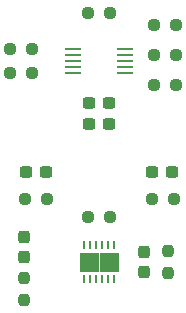
<source format=gtp>
G04 #@! TF.GenerationSoftware,KiCad,Pcbnew,6.0.9-8da3e8f707~116~ubuntu20.04.1*
G04 #@! TF.CreationDate,2023-03-08T13:01:56+01:00*
G04 #@! TF.ProjectId,dac_adc_pmod,6461635f-6164-4635-9f70-6d6f642e6b69,rev?*
G04 #@! TF.SameCoordinates,Original*
G04 #@! TF.FileFunction,Paste,Top*
G04 #@! TF.FilePolarity,Positive*
%FSLAX46Y46*%
G04 Gerber Fmt 4.6, Leading zero omitted, Abs format (unit mm)*
G04 Created by KiCad (PCBNEW 6.0.9-8da3e8f707~116~ubuntu20.04.1) date 2023-03-08 13:01:56*
%MOMM*%
%LPD*%
G01*
G04 APERTURE LIST*
G04 Aperture macros list*
%AMRoundRect*
0 Rectangle with rounded corners*
0 $1 Rounding radius*
0 $2 $3 $4 $5 $6 $7 $8 $9 X,Y pos of 4 corners*
0 Add a 4 corners polygon primitive as box body*
4,1,4,$2,$3,$4,$5,$6,$7,$8,$9,$2,$3,0*
0 Add four circle primitives for the rounded corners*
1,1,$1+$1,$2,$3*
1,1,$1+$1,$4,$5*
1,1,$1+$1,$6,$7*
1,1,$1+$1,$8,$9*
0 Add four rect primitives between the rounded corners*
20,1,$1+$1,$2,$3,$4,$5,0*
20,1,$1+$1,$4,$5,$6,$7,0*
20,1,$1+$1,$6,$7,$8,$9,0*
20,1,$1+$1,$8,$9,$2,$3,0*%
G04 Aperture macros list end*
%ADD10C,0.025400*%
%ADD11RoundRect,0.237500X-0.250000X-0.237500X0.250000X-0.237500X0.250000X0.237500X-0.250000X0.237500X0*%
%ADD12RoundRect,0.237500X0.250000X0.237500X-0.250000X0.237500X-0.250000X-0.237500X0.250000X-0.237500X0*%
%ADD13RoundRect,0.237500X0.237500X-0.250000X0.237500X0.250000X-0.237500X0.250000X-0.237500X-0.250000X0*%
%ADD14RoundRect,0.237500X0.300000X0.237500X-0.300000X0.237500X-0.300000X-0.237500X0.300000X-0.237500X0*%
%ADD15RoundRect,0.237500X-0.237500X0.287500X-0.237500X-0.287500X0.237500X-0.287500X0.237500X0.287500X0*%
%ADD16RoundRect,0.237500X-0.300000X-0.237500X0.300000X-0.237500X0.300000X0.237500X-0.300000X0.237500X0*%
%ADD17R,1.397000X0.279400*%
%ADD18RoundRect,0.237500X-0.237500X0.300000X-0.237500X-0.300000X0.237500X-0.300000X0.237500X0.300000X0*%
%ADD19RoundRect,0.237500X-0.237500X0.250000X-0.237500X-0.250000X0.237500X-0.250000X0.237500X0.250000X0*%
%ADD20R,0.250000X0.700000*%
G04 APERTURE END LIST*
G36*
X86691800Y-71159700D02*
G01*
X85190000Y-71159700D01*
X85190000Y-69556300D01*
X86691800Y-69556300D01*
X86691800Y-71159700D01*
G37*
D10*
X86691800Y-71159700D02*
X85190000Y-71159700D01*
X85190000Y-69556300D01*
X86691800Y-69556300D01*
X86691800Y-71159700D01*
G36*
X84990000Y-71159700D02*
G01*
X83488200Y-71159700D01*
X83488200Y-69556300D01*
X84990000Y-69556300D01*
X84990000Y-71159700D01*
G37*
X84990000Y-71159700D02*
X83488200Y-71159700D01*
X83488200Y-69556300D01*
X84990000Y-69556300D01*
X84990000Y-71159700D01*
D11*
X89765500Y-50292000D03*
X91590500Y-50292000D03*
D12*
X79398500Y-52324000D03*
X77573500Y-52324000D03*
D11*
X89615000Y-65024000D03*
X91440000Y-65024000D03*
D13*
X78740000Y-73556500D03*
X78740000Y-71731500D03*
D14*
X85952500Y-56896000D03*
X84227500Y-56896000D03*
X85952500Y-58674000D03*
X84227500Y-58674000D03*
D12*
X91590500Y-55372000D03*
X89765500Y-55372000D03*
D15*
X78740000Y-68213000D03*
X78740000Y-69963000D03*
D12*
X80668500Y-65024000D03*
X78843500Y-65024000D03*
D16*
X89561500Y-62738000D03*
X91286500Y-62738000D03*
D12*
X79398500Y-54356000D03*
X77573500Y-54356000D03*
D14*
X80618500Y-62738000D03*
X78893500Y-62738000D03*
D11*
X84177500Y-49276000D03*
X86002500Y-49276000D03*
D12*
X86002500Y-66548000D03*
X84177500Y-66548000D03*
D11*
X89765500Y-52832000D03*
X91590500Y-52832000D03*
D17*
X82905600Y-52339240D03*
X82905600Y-52839619D03*
X82905600Y-53340000D03*
X82905600Y-53840381D03*
X82905600Y-54340760D03*
X87274400Y-54340760D03*
X87274400Y-53840381D03*
X87274400Y-53340000D03*
X87274400Y-52839619D03*
X87274400Y-52339240D03*
D18*
X88900000Y-69495500D03*
X88900000Y-71220500D03*
D19*
X90932000Y-69445500D03*
X90932000Y-71270500D03*
D20*
X83840000Y-71805800D03*
X84340000Y-71805800D03*
X84840000Y-71805800D03*
X85340000Y-71805800D03*
X85840000Y-71805800D03*
X86340000Y-71805800D03*
X86340000Y-68910200D03*
X85840000Y-68910200D03*
X85340000Y-68910200D03*
X84840000Y-68910200D03*
X84340000Y-68910200D03*
X83840000Y-68910200D03*
M02*

</source>
